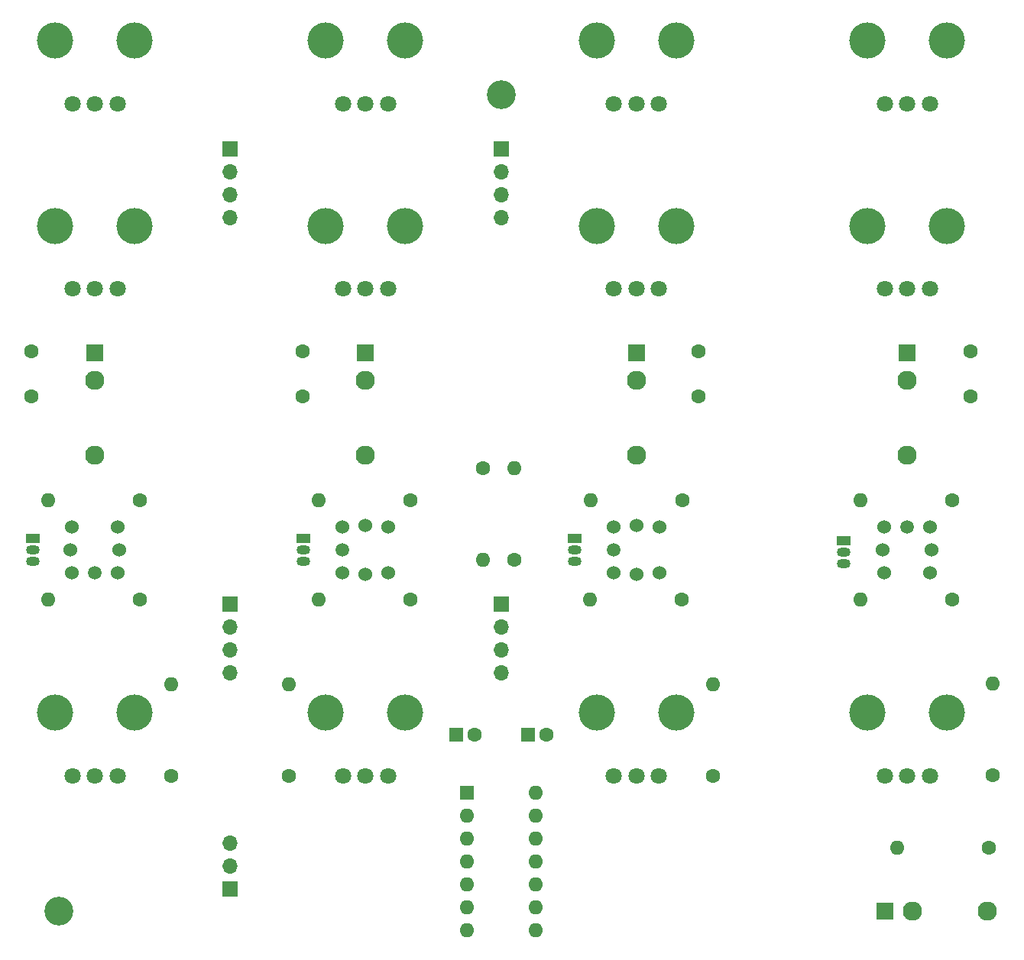
<source format=gts>
G04 #@! TF.GenerationSoftware,KiCad,Pcbnew,(6.0.1)*
G04 #@! TF.CreationDate,2022-09-12T08:19:43+02:00*
G04 #@! TF.ProjectId,Drumbox,4472756d-626f-4782-9e6b-696361645f70,rev?*
G04 #@! TF.SameCoordinates,Original*
G04 #@! TF.FileFunction,Soldermask,Top*
G04 #@! TF.FilePolarity,Negative*
%FSLAX46Y46*%
G04 Gerber Fmt 4.6, Leading zero omitted, Abs format (unit mm)*
G04 Created by KiCad (PCBNEW (6.0.1)) date 2022-09-12 08:19:43*
%MOMM*%
%LPD*%
G01*
G04 APERTURE LIST*
%ADD10C,4.000000*%
%ADD11C,1.800000*%
%ADD12C,1.500000*%
%ADD13C,1.524000*%
%ADD14C,1.600000*%
%ADD15O,1.600000X1.600000*%
%ADD16C,3.200000*%
%ADD17R,1.600000X1.600000*%
%ADD18R,1.830000X1.930000*%
%ADD19C,2.130000*%
%ADD20R,1.500000X1.050000*%
%ADD21O,1.500000X1.050000*%
%ADD22R,1.930000X1.830000*%
%ADD23R,1.700000X1.700000*%
%ADD24O,1.700000X1.700000*%
G04 APERTURE END LIST*
D10*
X84100000Y-38550000D03*
X92900000Y-38550000D03*
D11*
X91000000Y-45550000D03*
X88500000Y-45550000D03*
X86000000Y-45550000D03*
D12*
X145960000Y-95000000D03*
D13*
X145960000Y-97540000D03*
X145960000Y-92460000D03*
X151040000Y-97540000D03*
X151040000Y-92460000D03*
X148500000Y-97700000D03*
X148500000Y-92300000D03*
D14*
X110000000Y-120080000D03*
D15*
X110000000Y-109920000D03*
D14*
X187580000Y-128000000D03*
D15*
X177420000Y-128000000D03*
D10*
X92900000Y-59050000D03*
X84100000Y-59050000D03*
D11*
X91000000Y-66050000D03*
X88500000Y-66050000D03*
X86000000Y-66050000D03*
D16*
X84500000Y-135000000D03*
D14*
X93500000Y-89500000D03*
D15*
X83340000Y-89500000D03*
D14*
X123500000Y-100500000D03*
D15*
X113340000Y-100500000D03*
D14*
X153500000Y-100500000D03*
D15*
X143340000Y-100500000D03*
D17*
X136500000Y-115500000D03*
D14*
X138500000Y-115500000D03*
D18*
X176020000Y-135000000D03*
D19*
X187420000Y-135000000D03*
X179120000Y-135000000D03*
D10*
X144100000Y-113050000D03*
X152900000Y-113050000D03*
D11*
X151000000Y-120050000D03*
X148500000Y-120050000D03*
X146000000Y-120050000D03*
D20*
X141640000Y-93730000D03*
D21*
X141640000Y-95000000D03*
X141640000Y-96270000D03*
D10*
X144100000Y-38550000D03*
X152900000Y-38550000D03*
D11*
X151000000Y-45550000D03*
X148500000Y-45550000D03*
X146000000Y-45550000D03*
D20*
X81640000Y-93730000D03*
D21*
X81640000Y-95000000D03*
X81640000Y-96270000D03*
D10*
X152900000Y-59050000D03*
X144100000Y-59050000D03*
D11*
X151000000Y-66050000D03*
X148500000Y-66050000D03*
X146000000Y-66050000D03*
D10*
X122900000Y-38550000D03*
X114100000Y-38550000D03*
D11*
X121000000Y-45550000D03*
X118500000Y-45550000D03*
X116000000Y-45550000D03*
D22*
X118500000Y-73100000D03*
D19*
X118500000Y-84500000D03*
X118500000Y-76200000D03*
D17*
X129700000Y-121875000D03*
D15*
X129700000Y-124415000D03*
X129700000Y-126955000D03*
X129700000Y-129495000D03*
X129700000Y-132035000D03*
X129700000Y-134575000D03*
X129700000Y-137115000D03*
X137320000Y-137115000D03*
X137320000Y-134575000D03*
X137320000Y-132035000D03*
X137320000Y-129495000D03*
X137320000Y-126955000D03*
X137320000Y-124415000D03*
X137320000Y-121875000D03*
D14*
X123500000Y-89500000D03*
D15*
X113340000Y-89500000D03*
D17*
X128544887Y-115500000D03*
D14*
X130544887Y-115500000D03*
X81500000Y-73000000D03*
X81500000Y-78000000D03*
D12*
X178500000Y-92460000D03*
D13*
X175960000Y-92460000D03*
X181040000Y-92460000D03*
X175960000Y-97540000D03*
X181040000Y-97540000D03*
X175800000Y-95000000D03*
X181200000Y-95000000D03*
D14*
X185500000Y-73000000D03*
X185500000Y-78000000D03*
X111500000Y-73000000D03*
X111500000Y-78000000D03*
D12*
X115960000Y-95000000D03*
D13*
X115960000Y-97540000D03*
X115960000Y-92460000D03*
X121040000Y-97540000D03*
X121040000Y-92460000D03*
X118500000Y-97700000D03*
X118500000Y-92300000D03*
D10*
X182900000Y-59050000D03*
X174100000Y-59050000D03*
D11*
X181000000Y-66050000D03*
X178500000Y-66050000D03*
X176000000Y-66050000D03*
D14*
X93500000Y-100500000D03*
D15*
X83340000Y-100500000D03*
D14*
X188000000Y-120000000D03*
D15*
X188000000Y-109840000D03*
D22*
X148500000Y-73100000D03*
D19*
X148500000Y-84500000D03*
X148500000Y-76200000D03*
D10*
X122900000Y-113050000D03*
X114100000Y-113050000D03*
D11*
X121000000Y-120050000D03*
X118500000Y-120050000D03*
X116000000Y-120050000D03*
D22*
X178500000Y-73100000D03*
D19*
X178500000Y-84500000D03*
X178500000Y-76200000D03*
D14*
X135000000Y-96080000D03*
D15*
X135000000Y-85920000D03*
D12*
X88500000Y-97540000D03*
D13*
X91040000Y-97540000D03*
X85960000Y-97540000D03*
X91040000Y-92460000D03*
X85960000Y-92460000D03*
X91200000Y-95000000D03*
X85800000Y-95000000D03*
D20*
X111640000Y-93730000D03*
D21*
X111640000Y-95000000D03*
X111640000Y-96270000D03*
D14*
X131500000Y-85920000D03*
D15*
X131500000Y-96080000D03*
D10*
X122900000Y-59050000D03*
X114100000Y-59050000D03*
D11*
X121000000Y-66050000D03*
X118500000Y-66050000D03*
X116000000Y-66050000D03*
D14*
X183500000Y-100500000D03*
D15*
X173340000Y-100500000D03*
D14*
X155420000Y-73000000D03*
X155420000Y-78000000D03*
X183500000Y-89500000D03*
D15*
X173340000Y-89500000D03*
D14*
X157000000Y-120080000D03*
D15*
X157000000Y-109920000D03*
D20*
X171500000Y-94000000D03*
D21*
X171500000Y-95270000D03*
X171500000Y-96540000D03*
D10*
X182900000Y-38550000D03*
X174100000Y-38550000D03*
D11*
X181000000Y-45550000D03*
X178500000Y-45550000D03*
X176000000Y-45550000D03*
D10*
X92900000Y-113050000D03*
X84100000Y-113050000D03*
D11*
X91000000Y-120050000D03*
X88500000Y-120050000D03*
X86000000Y-120050000D03*
D10*
X174100000Y-113050000D03*
X182900000Y-113050000D03*
D11*
X181000000Y-120050000D03*
X178500000Y-120050000D03*
X176000000Y-120050000D03*
D16*
X133500000Y-44500000D03*
D14*
X153580000Y-89500000D03*
D15*
X143420000Y-89500000D03*
D22*
X88500000Y-73100000D03*
D19*
X88500000Y-84500000D03*
X88500000Y-76200000D03*
D14*
X97000000Y-120080000D03*
D15*
X97000000Y-109920000D03*
D23*
X133500000Y-101000000D03*
D24*
X133500000Y-103540000D03*
X133500000Y-106080000D03*
X133500000Y-108620000D03*
D23*
X103500000Y-101000000D03*
D24*
X103500000Y-103540000D03*
X103500000Y-106080000D03*
X103500000Y-108620000D03*
D23*
X133500000Y-50500000D03*
D24*
X133500000Y-53040000D03*
X133500000Y-55580000D03*
X133500000Y-58120000D03*
D23*
X103500000Y-50500000D03*
D24*
X103500000Y-53040000D03*
X103500000Y-55580000D03*
X103500000Y-58120000D03*
D23*
X103500000Y-132580000D03*
D24*
X103500000Y-130040000D03*
X103500000Y-127500000D03*
M02*

</source>
